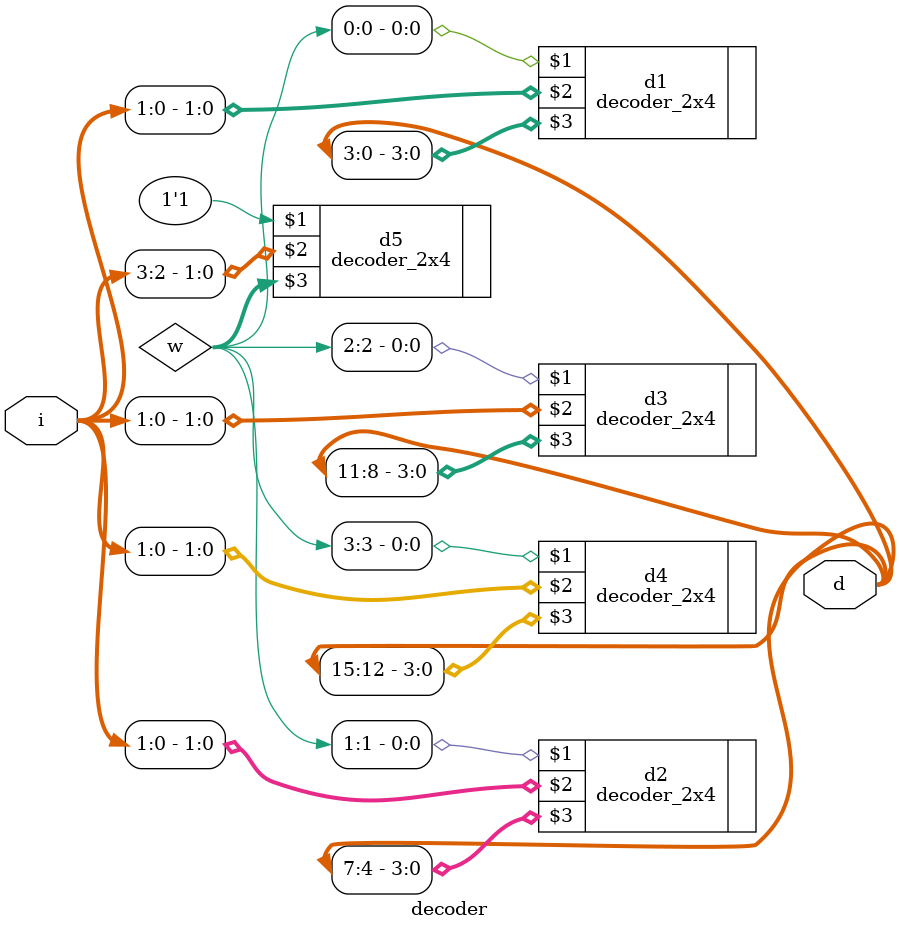
<source format=v>

`include"2x4_decoder.v"

module decoder(
	input [3:0]i,
	output [15:0]d);
	wire [3:0]w;
decoder_2x4 d1(w[0],i[1:0],d[3:0]);
decoder_2x4 d2(w[1],i[1:0],d[7:4]);
decoder_2x4 d3(w[2],i[1:0],d[11:8]);
decoder_2x4 d4(w[3],i[1:0],d[15:12]);
decoder_2x4 d5(1'b1,i[3:2],w);
endmodule

</source>
